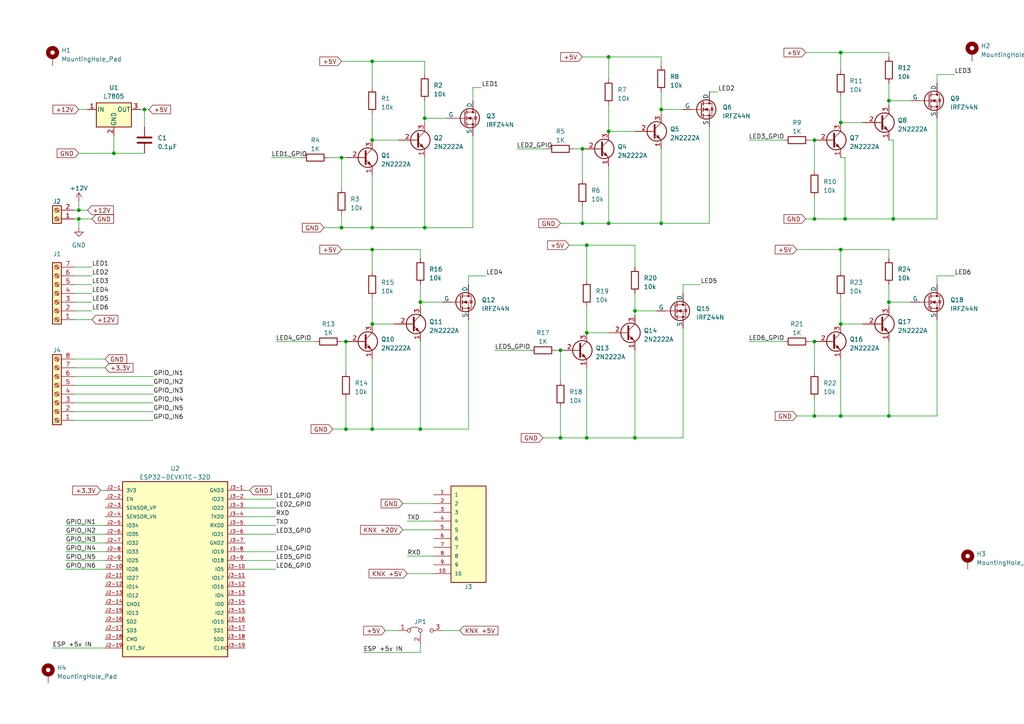
<source format=kicad_sch>
(kicad_sch (version 20230121) (generator eeschema)
  (paper "A4")
  (lib_symbols
    (symbol "826944-5:826944-5" (pin_names (offset 1.016))
      (property "Reference" "J" (at -5.58 15.24 0))
      (property "Value" "826944-5" (at -5.08 -15.24 0))
      (symbol "826944-5_0_0"
        (rectangle (start -5.08 -12.7) (end 5.08 15.24) (stroke (width 0.254)) (fill (type background)))
        (pin passive line (at -10.16 12.7 0) (length 5.08) (name "1") (number "1"))
        (pin passive line (at -10.16 -10.16 0) (length 5.08) (name "10") (number "10"))
        (pin passive line (at -10.16 10.16 0) (length 5.08) (name "2") (number "2"))
        (pin passive line (at -10.16 7.62 0) (length 5.08) (name "3") (number "3"))
        (pin passive line (at -10.16 5.08 0) (length 5.08) (name "4") (number "4"))
        (pin passive line (at -10.16 2.54 0) (length 5.08) (name "5") (number "5"))
        (pin passive line (at -10.16 0 0) (length 5.08) (name "6") (number "6"))
        (pin passive line (at -10.16 -2.54 0) (length 5.08) (name "7") (number "7"))
        (pin passive line (at -10.16 -5.08 0) (length 5.08) (name "8") (number "8"))
        (pin passive line (at -10.16 -7.62 0) (length 5.08) (name "9") (number "9"))
      )
    )
    (symbol "Connector:Screw_Terminal_01x02" (pin_names (offset 1.016) hide)
      (property "Reference" "J" (at 0 2.54 0))
      (property "Value" "Screw_Terminal_01x02" (at 0 -5.08 0))
      (symbol "Screw_Terminal_01x02_1_1"
        (rectangle (start -1.27 1.27) (end 1.27 -3.81) (stroke (width 0.254)) (fill (type background)))
        (circle (center 0 -2.54) (radius 0.635) (stroke (width 0.1524)))
        (polyline (pts (xy -0.5334 -2.2098) (xy 0.3302 -3.048)) (stroke (width 0.1524)))
        (polyline (pts (xy -0.5334 0.3302) (xy 0.3302 -0.508)) (stroke (width 0.1524)))
        (polyline (pts (xy -0.3556 -2.032) (xy 0.508 -2.8702)) (stroke (width 0.1524)))
        (polyline (pts (xy -0.3556 0.508) (xy 0.508 -0.3302)) (stroke (width 0.1524)))
        (circle (center 0 0) (radius 0.635) (stroke (width 0.1524)))
        (pin passive line (at -5.08 0 0) (length 3.81) (name "Pin_1") (number "1"))
        (pin passive line (at -5.08 -2.54 0) (length 3.81) (name "Pin_2") (number "2"))
      )
    )
    (symbol "Connector:Screw_Terminal_01x07" (pin_names (offset 1.016) hide)
      (property "Reference" "J" (at 0 10.16 0))
      (property "Value" "Screw_Terminal_01x07" (at 0 -10.16 0))
      (symbol "Screw_Terminal_01x07_1_1"
        (rectangle (start -1.27 8.89) (end 1.27 -8.89) (stroke (width 0.254)) (fill (type background)))
        (circle (center 0 -7.62) (radius 0.635) (stroke (width 0.1524)))
        (circle (center 0 -5.08) (radius 0.635) (stroke (width 0.1524)))
        (circle (center 0 -2.54) (radius 0.635) (stroke (width 0.1524)))
        (polyline (pts (xy -0.5334 -7.2898) (xy 0.3302 -8.128)) (stroke (width 0.1524)))
        (polyline (pts (xy -0.5334 -4.7498) (xy 0.3302 -5.588)) (stroke (width 0.1524)))
        (polyline (pts (xy -0.5334 -2.2098) (xy 0.3302 -3.048)) (stroke (width 0.1524)))
        (polyline (pts (xy -0.5334 0.3302) (xy 0.3302 -0.508)) (stroke (width 0.1524)))
        (polyline (pts (xy -0.5334 2.8702) (xy 0.3302 2.032)) (stroke (width 0.1524)))
        (polyline (pts (xy -0.5334 5.4102) (xy 0.3302 4.572)) (stroke (width 0.1524)))
        (polyline (pts (xy -0.5334 7.9502) (xy 0.3302 7.112)) (stroke (width 0.1524)))
        (polyline (pts (xy -0.3556 -7.112) (xy 0.508 -7.9502)) (stroke (width 0.1524)))
        (polyline (pts (xy -0.3556 -4.572) (xy 0.508 -5.4102)) (stroke (width 0.1524)))
        (polyline (pts (xy -0.3556 -2.032) (xy 0.508 -2.8702)) (stroke (width 0.1524)))
        (polyline (pts (xy -0.3556 0.508) (xy 0.508 -0.3302)) (stroke (width 0.1524)))
        (polyline (pts (xy -0.3556 3.048) (xy 0.508 2.2098)) (stroke (width 0.1524)))
        (polyline (pts (xy -0.3556 5.588) (xy 0.508 4.7498)) (stroke (width 0.1524)))
        (polyline (pts (xy -0.3556 8.128) (xy 0.508 7.2898)) (stroke (width 0.1524)))
        (circle (center 0 0) (radius 0.635) (stroke (width 0.1524)))
        (circle (center 0 2.54) (radius 0.635) (stroke (width 0.1524)))
        (circle (center 0 5.08) (radius 0.635) (stroke (width 0.1524)))
        (circle (center 0 7.62) (radius 0.635) (stroke (width 0.1524)))
        (pin passive line (at -5.08 7.62 0) (length 3.81) (name "Pin_1") (number "1"))
        (pin passive line (at -5.08 5.08 0) (length 3.81) (name "Pin_2") (number "2"))
        (pin passive line (at -5.08 2.54 0) (length 3.81) (name "Pin_3") (number "3"))
        (pin passive line (at -5.08 0 0) (length 3.81) (name "Pin_4") (number "4"))
        (pin passive line (at -5.08 -2.54 0) (length 3.81) (name "Pin_5") (number "5"))
        (pin passive line (at -5.08 -5.08 0) (length 3.81) (name "Pin_6") (number "6"))
        (pin passive line (at -5.08 -7.62 0) (length 3.81) (name "Pin_7") (number "7"))
      )
    )
    (symbol "Connector:Screw_Terminal_01x08" (pin_names (offset 1.016) hide)
      (property "Reference" "J" (at 0 10.16 0))
      (property "Value" "Screw_Terminal_01x08" (at 0 -12.7 0))
      (symbol "Screw_Terminal_01x08_1_1"
        (rectangle (start -1.27 8.89) (end 1.27 -11.43) (stroke (width 0.254)) (fill (type background)))
        (circle (center 0 -10.16) (radius 0.635) (stroke (width 0.1524)))
        (circle (center 0 -7.62) (radius 0.635) (stroke (width 0.1524)))
        (circle (center 0 -5.08) (radius 0.635) (stroke (width 0.1524)))
        (circle (center 0 -2.54) (radius 0.635) (stroke (width 0.1524)))
        (polyline (pts (xy -0.5334 -9.8298) (xy 0.3302 -10.668)) (stroke (width 0.1524)))
        (polyline (pts (xy -0.5334 -7.2898) (xy 0.3302 -8.128)) (stroke (width 0.1524)))
        (polyline (pts (xy -0.5334 -4.7498) (xy 0.3302 -5.588)) (stroke (width 0.1524)))
        (polyline (pts (xy -0.5334 -2.2098) (xy 0.3302 -3.048)) (stroke (width 0.1524)))
        (polyline (pts (xy -0.5334 0.3302) (xy 0.3302 -0.508)) (stroke (width 0.1524)))
        (polyline (pts (xy -0.5334 2.8702) (xy 0.3302 2.032)) (stroke (width 0.1524)))
        (polyline (pts (xy -0.5334 5.4102) (xy 0.3302 4.572)) (stroke (width 0.1524)))
        (polyline (pts (xy -0.5334 7.9502) (xy 0.3302 7.112)) (stroke (width 0.1524)))
        (polyline (pts (xy -0.3556 -9.652) (xy 0.508 -10.4902)) (stroke (width 0.1524)))
        (polyline (pts (xy -0.3556 -7.112) (xy 0.508 -7.9502)) (stroke (width 0.1524)))
        (polyline (pts (xy -0.3556 -4.572) (xy 0.508 -5.4102)) (stroke (width 0.1524)))
        (polyline (pts (xy -0.3556 -2.032) (xy 0.508 -2.8702)) (stroke (width 0.1524)))
        (polyline (pts (xy -0.3556 0.508) (xy 0.508 -0.3302)) (stroke (width 0.1524)))
        (polyline (pts (xy -0.3556 3.048) (xy 0.508 2.2098)) (stroke (width 0.1524)))
        (polyline (pts (xy -0.3556 5.588) (xy 0.508 4.7498)) (stroke (width 0.1524)))
        (polyline (pts (xy -0.3556 8.128) (xy 0.508 7.2898)) (stroke (width 0.1524)))
        (circle (center 0 0) (radius 0.635) (stroke (width 0.1524)))
        (circle (center 0 2.54) (radius 0.635) (stroke (width 0.1524)))
        (circle (center 0 5.08) (radius 0.635) (stroke (width 0.1524)))
        (circle (center 0 7.62) (radius 0.635) (stroke (width 0.1524)))
        (pin passive line (at -5.08 7.62 0) (length 3.81) (name "Pin_1") (number "1"))
        (pin passive line (at -5.08 5.08 0) (length 3.81) (name "Pin_2") (number "2"))
        (pin passive line (at -5.08 2.54 0) (length 3.81) (name "Pin_3") (number "3"))
        (pin passive line (at -5.08 0 0) (length 3.81) (name "Pin_4") (number "4"))
        (pin passive line (at -5.08 -2.54 0) (length 3.81) (name "Pin_5") (number "5"))
        (pin passive line (at -5.08 -5.08 0) (length 3.81) (name "Pin_6") (number "6"))
        (pin passive line (at -5.08 -7.62 0) (length 3.81) (name "Pin_7") (number "7"))
        (pin passive line (at -5.08 -10.16 0) (length 3.81) (name "Pin_8") (number "8"))
      )
    )
    (symbol "Device:C" (pin_numbers hide) (pin_names (offset 0.254))
      (property "Reference" "C" (at 0.635 2.54 0))
      (property "Value" "C" (at 0.635 -2.54 0))
      (symbol "C_0_1"
        (polyline (pts (xy -2.032 -0.762) (xy 2.032 -0.762)) (stroke (width 0.508)))
        (polyline (pts (xy -2.032 0.762) (xy 2.032 0.762)) (stroke (width 0.508)))
      )
      (symbol "C_1_1"
        (pin passive line (at 0 3.81 270) (length 2.794) (name "~") (number "1"))
        (pin passive line (at 0 -3.81 90) (length 2.794) (name "~") (number "2"))
      )
    )
    (symbol "Device:R" (pin_numbers hide) (pin_names (offset 0))
      (property "Reference" "R" (at 2.032 0 90))
      (property "Value" "R" (at 0 0 90))
      (symbol "R_0_1"
        (rectangle (start -1.016 -2.54) (end 1.016 2.54) (stroke (width 0.254)))
      )
      (symbol "R_1_1"
        (pin passive line (at 0 3.81 270) (length 1.27) (name "~") (number "1"))
        (pin passive line (at 0 -3.81 90) (length 1.27) (name "~") (number "2"))
      )
    )
    (symbol "ESP32-DEVKITC:ESP32-DEVKITC-32D" (pin_names (offset 1.016))
      (property "Reference" "U" (at -15.2572 26.0643 0))
      (property "Value" "ESP32-DEVKITC-32D" (at -15.2563 -27.9698 0))
      (symbol "ESP32-DEVKITC-32D_0_0"
        (rectangle (start -15.24 -25.4) (end 15.24 25.4) (stroke (width 0.254)) (fill (type background)))
        (pin power_in line (at -20.32 22.86 0) (length 5.08) (name "3V3") (number "J2-1"))
        (pin bidirectional line (at -20.32 0 0) (length 5.08) (name "IO26") (number "J2-10"))
        (pin bidirectional line (at -20.32 -2.54 0) (length 5.08) (name "IO27") (number "J2-11"))
        (pin bidirectional line (at -20.32 -5.08 0) (length 5.08) (name "IO14") (number "J2-12"))
        (pin bidirectional line (at -20.32 -7.62 0) (length 5.08) (name "IO12") (number "J2-13"))
        (pin power_in line (at -20.32 -10.16 0) (length 5.08) (name "GND1") (number "J2-14"))
        (pin bidirectional line (at -20.32 -12.7 0) (length 5.08) (name "IO13") (number "J2-15"))
        (pin bidirectional line (at -20.32 -15.24 0) (length 5.08) (name "SD2") (number "J2-16"))
        (pin bidirectional line (at -20.32 -17.78 0) (length 5.08) (name "SD3") (number "J2-17"))
        (pin bidirectional line (at -20.32 -20.32 0) (length 5.08) (name "CMD") (number "J2-18"))
        (pin power_in line (at -20.32 -22.86 0) (length 5.08) (name "EXT_5V") (number "J2-19"))
        (pin input line (at -20.32 20.32 0) (length 5.08) (name "EN") (number "J2-2"))
        (pin input line (at -20.32 17.78 0) (length 5.08) (name "SENSOR_VP") (number "J2-3"))
        (pin input line (at -20.32 15.24 0) (length 5.08) (name "SENSOR_VN") (number "J2-4"))
        (pin bidirectional line (at -20.32 12.7 0) (length 5.08) (name "IO34") (number "J2-5"))
        (pin bidirectional line (at -20.32 10.16 0) (length 5.08) (name "IO35") (number "J2-6"))
        (pin bidirectional line (at -20.32 7.62 0) (length 5.08) (name "IO32") (number "J2-7"))
        (pin bidirectional line (at -20.32 5.08 0) (length 5.08) (name "IO33") (number "J2-8"))
        (pin bidirectional line (at -20.32 2.54 0) (length 5.08) (name "IO25") (number "J2-9"))
        (pin power_in line (at 20.32 22.86 180) (length 5.08) (name "GND3") (number "J3-1"))
        (pin bidirectional line (at 20.32 0 180) (length 5.08) (name "IO5") (number "J3-10"))
        (pin bidirectional line (at 20.32 -2.54 180) (length 5.08) (name "IO17") (number "J3-11"))
        (pin bidirectional line (at 20.32 -5.08 180) (length 5.08) (name "IO16") (number "J3-12"))
        (pin bidirectional line (at 20.32 -7.62 180) (length 5.08) (name "IO4") (number "J3-13"))
        (pin bidirectional line (at 20.32 -10.16 180) (length 5.08) (name "IO0") (number "J3-14"))
        (pin bidirectional line (at 20.32 -12.7 180) (length 5.08) (name "IO2") (number "J3-15"))
        (pin bidirectional line (at 20.32 -15.24 180) (length 5.08) (name "IO15") (number "J3-16"))
        (pin bidirectional line (at 20.32 -17.78 180) (length 5.08) (name "SD1") (number "J3-17"))
        (pin bidirectional line (at 20.32 -20.32 180) (length 5.08) (name "SD0") (number "J3-18"))
        (pin input clock (at 20.32 -22.86 180) (length 5.08) (name "CLK") (number "J3-19"))
        (pin bidirectional line (at 20.32 20.32 180) (length 5.08) (name "IO23") (number "J3-2"))
        (pin bidirectional line (at 20.32 17.78 180) (length 5.08) (name "IO22") (number "J3-3"))
        (pin output line (at 20.32 15.24 180) (length 5.08) (name "TXD0") (number "J3-4"))
        (pin input line (at 20.32 12.7 180) (length 5.08) (name "RXD0") (number "J3-5"))
        (pin bidirectional line (at 20.32 10.16 180) (length 5.08) (name "IO21") (number "J3-6"))
        (pin power_in line (at 20.32 7.62 180) (length 5.08) (name "GND2") (number "J3-7"))
        (pin bidirectional line (at 20.32 5.08 180) (length 5.08) (name "IO19") (number "J3-8"))
        (pin bidirectional line (at 20.32 2.54 180) (length 5.08) (name "IO18") (number "J3-9"))
      )
    )
    (symbol "Jumper:Jumper_3_Bridged12" (pin_names (offset 0) hide)
      (property "Reference" "JP" (at -2.54 -2.54 0))
      (property "Value" "Jumper_3_Bridged12" (at 0 2.794 0))
      (symbol "Jumper_3_Bridged12_0_0"
        (circle (center -3.302 0) (radius 0.508))
        (circle (center 0 0) (radius 0.508))
        (circle (center 3.302 0) (radius 0.508))
      )
      (symbol "Jumper_3_Bridged12_0_1"
        (arc (start -0.254 0.508) (mid -1.651 0.9912) (end -3.048 0.508))
        (polyline (pts (xy 0 -1.27) (xy 0 -0.508)))
      )
      (symbol "Jumper_3_Bridged12_1_1"
        (pin passive line (at -6.35 0 0) (length 2.54) (name "A") (number "1"))
        (pin passive line (at 0 -3.81 90) (length 2.54) (name "C") (number "2"))
        (pin passive line (at 6.35 0 180) (length 2.54) (name "B") (number "3"))
      )
    )
    (symbol "Mechanical:MountingHole_Pad" (pin_numbers hide) (pin_names (offset 1.016) hide)
      (property "Reference" "H" (at 0 6.35 0))
      (property "Value" "MountingHole_Pad" (at 0 4.445 0))
      (symbol "MountingHole_Pad_0_1"
        (circle (center 0 1.27) (radius 1.27) (stroke (width 1.27)))
      )
      (symbol "MountingHole_Pad_1_1"
        (pin input line (at 0 -2.54 90) (length 2.54) (name "1") (number "1"))
      )
    )
    (symbol "Regulator_Linear:L7805" (pin_names (offset 0.254))
      (property "Reference" "U" (at -3.81 3.175 0))
      (property "Value" "L7805" (at 0 3.175 0))
      (symbol "L7805_0_1"
        (rectangle (start -5.08 1.905) (end 5.08 -5.08) (stroke (width 0.254)) (fill (type background)))
      )
      (symbol "L7805_1_1"
        (pin power_in line (at -7.62 0 0) (length 2.54) (name "IN") (number "1"))
        (pin power_in line (at 0 -7.62 90) (length 2.54) (name "GND") (number "2"))
        (pin power_out line (at 7.62 0 180) (length 2.54) (name "OUT") (number "3"))
      )
    )
    (symbol "Simulation_SPICE:NMOS" (pin_numbers hide) (pin_names (offset 0))
      (property "Reference" "Q" (at 5.08 1.27 0))
      (property "Value" "NMOS" (at 5.08 -1.27 0))
      (symbol "NMOS_0_1"
        (polyline (pts (xy 0.254 0) (xy -2.54 0)))
        (polyline (pts (xy 0.254 1.905) (xy 0.254 -1.905)) (stroke (width 0.254)))
        (polyline (pts (xy 0.762 -1.27) (xy 0.762 -2.286)) (stroke (width 0.254)))
        (polyline (pts (xy 0.762 0.508) (xy 0.762 -0.508)) (stroke (width 0.254)))
        (polyline (pts (xy 0.762 2.286) (xy 0.762 1.27)) (stroke (width 0.254)))
        (polyline (pts (xy 2.54 2.54) (xy 2.54 1.778)))
        (polyline (pts (xy 2.54 -2.54) (xy 2.54 0) (xy 0.762 0)))
        (polyline (pts (xy 0.762 -1.778) (xy 3.302 -1.778) (xy 3.302 1.778) (xy 0.762 1.778)))
        (polyline (pts (xy 1.016 0) (xy 2.032 0.381) (xy 2.032 -0.381) (xy 1.016 0)) (fill (type outline)))
        (polyline (pts (xy 2.794 0.508) (xy 2.921 0.381) (xy 3.683 0.381) (xy 3.81 0.254)))
        (polyline (pts (xy 3.302 0.381) (xy 2.921 -0.254) (xy 3.683 -0.254) (xy 3.302 0.381)))
        (circle (center 1.651 0) (radius 2.794) (stroke (width 0.254)))
        (circle (center 2.54 -1.778) (radius 0.254) (fill (type outline)))
        (circle (center 2.54 1.778) (radius 0.254) (fill (type outline)))
      )
      (symbol "NMOS_1_1"
        (pin passive line (at 2.54 5.08 270) (length 2.54) (name "D") (number "1"))
        (pin input line (at -5.08 0 0) (length 2.54) (name "G") (number "2"))
        (pin passive line (at 2.54 -5.08 90) (length 2.54) (name "S") (number "3"))
      )
    )
    (symbol "Transistor_BJT:PN2222A" (pin_names (offset 0) hide)
      (property "Reference" "Q" (at 5.08 1.905 0))
      (property "Value" "PN2222A" (at 5.08 0 0))
      (symbol "PN2222A_0_1"
        (polyline (pts (xy 0 0) (xy 0.635 0)))
        (polyline (pts (xy 2.54 -2.54) (xy 0.635 -0.635)))
        (polyline (pts (xy 2.54 2.54) (xy 0.635 0.635)))
        (polyline (pts (xy 0.635 1.905) (xy 0.635 -1.905) (xy 0.635 -1.905)) (stroke (width 0.508)))
        (polyline (pts (xy 2.413 -2.413) (xy 1.905 -1.905) (xy 1.905 -1.905)))
        (polyline (pts (xy 1.143 -1.651) (xy 1.651 -1.143) (xy 2.159 -2.159) (xy 1.143 -1.651) (xy 1.143 -1.651)) (fill (type outline)))
        (circle (center 1.27 0) (radius 2.8194) (stroke (width 0.254)))
      )
      (symbol "PN2222A_1_1"
        (pin passive line (at 2.54 -5.08 90) (length 2.54) (name "E") (number "1"))
        (pin input line (at -5.08 0 0) (length 5.08) (name "B") (number "2"))
        (pin passive line (at 2.54 5.08 270) (length 2.54) (name "C") (number "3"))
      )
    )
    (symbol "power:+12V" (power) (pin_names (offset 0))
      (property "Value" "+12V" (at 0 3.556 0))
      (symbol "+12V_0_1"
        (polyline (pts (xy -0.762 1.27) (xy 0 2.54)))
        (polyline (pts (xy 0 0) (xy 0 2.54)))
        (polyline (pts (xy 0 2.54) (xy 0.762 1.27)))
      )
      (symbol "+12V_1_1"
        (pin power_in line (at 0 0 90) (length 0) hide (name "+12V") (number "1"))
      )
    )
    (symbol "power:GND" (power) (pin_names (offset 0))
      (property "Value" "GND" (at 0 -3.81 0))
      (symbol "GND_0_1"
        (polyline (pts (xy 0 0) (xy 0 -1.27) (xy 1.27 -1.27) (xy 0 -2.54) (xy -1.27 -1.27) (xy 0 -1.27)))
      )
      (symbol "GND_1_1"
        (pin power_in line (at 0 0 270) (length 0) hide (name "GND") (number "1"))
      )
    )
  )
  (junction (at 41.91 31.75))
  (junction (at 162.56 101.6))
  (junction (at 22.86 60.96))
  (junction (at 257.81 87.63))
  (junction (at 107.95 40.64))
  (junction (at 168.91 43.18))
  (junction (at 257.81 29.21))
  (junction (at 184.15 90.17))
  (junction (at 107.95 93.98))
  (junction (at 99.06 45.72))
  (junction (at 100.33 99.06))
  (junction (at 168.91 64.77))
  (junction (at 176.53 16.51))
  (junction (at 243.84 72.39))
  (junction (at 170.18 71.12))
  (junction (at 100.33 124.46))
  (junction (at 184.15 127))
  (junction (at 162.56 127))
  (junction (at 22.86 63.5))
  (junction (at 123.19 66.04))
  (junction (at 107.95 72.39))
  (junction (at 236.22 40.64))
  (junction (at 259.08 63.5))
  (junction (at 243.84 35.56))
  (junction (at 121.92 124.46))
  (junction (at 236.22 99.06))
  (junction (at 191.77 31.75))
  (junction (at 176.53 38.1))
  (junction (at 107.95 66.04))
  (junction (at 176.53 64.77))
  (junction (at 170.18 127))
  (junction (at 236.22 120.65))
  (junction (at 257.81 120.65))
  (junction (at 236.22 63.5))
  (junction (at 243.84 15.24))
  (junction (at 191.77 64.77))
  (junction (at 99.06 66.04))
  (junction (at 170.18 96.52))
  (junction (at 33.02 44.45))
  (junction (at 107.95 17.78))
  (junction (at 107.95 124.46))
  (junction (at 245.11 63.5))
  (junction (at 123.19 34.29))
  (junction (at 243.84 120.65))
  (junction (at 121.92 87.63))
  (junction (at 243.84 93.98))
  (wire (pts (xy 198.12 82.55) (xy 203.2 82.55)))
  (wire (pts (xy 162.56 101.6) (xy 162.56 110.49)))
  (wire (pts (xy 259.08 40.64) (xy 257.81 40.64)))
  (wire (pts (xy 135.89 80.01) (xy 135.89 82.55)))
  (wire (pts (xy 217.17 40.64) (xy 227.33 40.64)))
  (wire (pts (xy 243.84 93.98) (xy 250.19 93.98)))
  (wire (pts (xy 21.59 60.96) (xy 22.86 60.96)))
  (wire (pts (xy 21.59 80.01) (xy 26.67 80.01)))
  (wire (pts (xy 107.95 40.64) (xy 115.57 40.64)))
  (wire (pts (xy 99.06 17.78) (xy 107.95 17.78)))
  (wire (pts (xy 143.51 101.6) (xy 153.67 101.6)))
  (wire (pts (xy 99.06 66.04) (xy 107.95 66.04)))
  (wire (pts (xy 21.59 116.84) (xy 44.45 116.84)))
  (wire (pts (xy 176.53 38.1) (xy 184.15 38.1)))
  (wire (pts (xy 191.77 64.77) (xy 191.77 43.18)))
  (wire (pts (xy 191.77 16.51) (xy 176.53 16.51)))
  (wire (pts (xy 162.56 127) (xy 170.18 127)))
  (wire (pts (xy 41.91 31.75) (xy 43.18 31.75)))
  (wire (pts (xy 236.22 40.64) (xy 236.22 49.53)))
  (wire (pts (xy 99.06 99.06) (xy 100.33 99.06)))
  (wire (pts (xy 71.12 165.1) (xy 80.01 165.1)))
  (wire (pts (xy 123.19 17.78) (xy 123.19 21.59)))
  (wire (pts (xy 21.59 87.63) (xy 26.67 87.63)))
  (wire (pts (xy 176.53 30.48) (xy 176.53 38.1)))
  (wire (pts (xy 149.86 43.18) (xy 158.75 43.18)))
  (wire (pts (xy 236.22 120.65) (xy 243.84 120.65)))
  (wire (pts (xy 21.59 82.55) (xy 26.67 82.55)))
  (wire (pts (xy 96.52 124.46) (xy 100.33 124.46)))
  (wire (pts (xy 245.11 63.5) (xy 259.08 63.5)))
  (wire (pts (xy 271.78 63.5) (xy 271.78 34.29)))
  (wire (pts (xy 71.12 144.78) (xy 80.01 144.78)))
  (wire (pts (xy 162.56 118.11) (xy 162.56 127)))
  (wire (pts (xy 257.81 24.13) (xy 257.81 29.21)))
  (wire (pts (xy 165.1 71.12) (xy 170.18 71.12)))
  (wire (pts (xy 257.81 29.21) (xy 257.81 30.48)))
  (wire (pts (xy 243.84 86.36) (xy 243.84 93.98)))
  (wire (pts (xy 121.92 87.63) (xy 121.92 88.9)))
  (wire (pts (xy 19.05 160.02) (xy 30.48 160.02)))
  (wire (pts (xy 259.08 63.5) (xy 259.08 40.64)))
  (wire (pts (xy 271.78 80.01) (xy 271.78 82.55)))
  (wire (pts (xy 168.91 16.51) (xy 176.53 16.51)))
  (wire (pts (xy 245.11 63.5) (xy 245.11 45.72)))
  (wire (pts (xy 29.21 142.24) (xy 30.48 142.24)))
  (wire (pts (xy 257.81 15.24) (xy 243.84 15.24)))
  (wire (pts (xy 121.92 124.46) (xy 121.92 99.06)))
  (wire (pts (xy 271.78 92.71) (xy 271.78 120.65)))
  (wire (pts (xy 21.59 114.3) (xy 44.45 114.3)))
  (wire (pts (xy 257.81 72.39) (xy 243.84 72.39)))
  (wire (pts (xy 123.19 17.78) (xy 107.95 17.78)))
  (wire (pts (xy 91.44 99.06) (xy 80.01 99.06)))
  (wire (pts (xy 243.84 15.24) (xy 243.84 20.32)))
  (wire (pts (xy 139.7 25.4) (xy 137.16 25.4)))
  (wire (pts (xy 123.19 34.29) (xy 123.19 35.56)))
  (wire (pts (xy 121.92 124.46) (xy 135.89 124.46)))
  (wire (pts (xy 41.91 31.75) (xy 41.91 36.83)))
  (wire (pts (xy 22.86 63.5) (xy 26.67 63.5)))
  (wire (pts (xy 99.06 45.72) (xy 99.06 54.61)))
  (wire (pts (xy 118.11 151.13) (xy 125.73 151.13)))
  (wire (pts (xy 198.12 31.75) (xy 191.77 31.75)))
  (wire (pts (xy 107.95 124.46) (xy 121.92 124.46)))
  (wire (pts (xy 107.95 66.04) (xy 107.95 50.8)))
  (wire (pts (xy 245.11 45.72) (xy 243.84 45.72)))
  (wire (pts (xy 236.22 115.57) (xy 236.22 120.65)))
  (wire (pts (xy 264.16 29.21) (xy 257.81 29.21)))
  (wire (pts (xy 168.91 43.18) (xy 168.91 52.07)))
  (wire (pts (xy 71.12 147.32) (xy 80.01 147.32)))
  (wire (pts (xy 21.59 119.38) (xy 44.45 119.38)))
  (wire (pts (xy 271.78 80.01) (xy 276.86 80.01)))
  (wire (pts (xy 257.81 87.63) (xy 257.81 88.9)))
  (wire (pts (xy 71.12 152.4) (xy 80.01 152.4)))
  (wire (pts (xy 184.15 127) (xy 198.12 127)))
  (wire (pts (xy 243.84 120.65) (xy 257.81 120.65)))
  (wire (pts (xy 236.22 57.15) (xy 236.22 63.5)))
  (wire (pts (xy 162.56 64.77) (xy 168.91 64.77)))
  (wire (pts (xy 19.05 154.94) (xy 30.48 154.94)))
  (wire (pts (xy 234.95 40.64) (xy 236.22 40.64)))
  (wire (pts (xy 166.37 43.18) (xy 168.91 43.18)))
  (wire (pts (xy 184.15 85.09) (xy 184.15 90.17)))
  (wire (pts (xy 257.81 15.24) (xy 257.81 16.51)))
  (wire (pts (xy 176.53 16.51) (xy 176.53 22.86)))
  (wire (pts (xy 128.27 182.88) (xy 133.35 182.88)))
  (wire (pts (xy 107.95 124.46) (xy 107.95 104.14)))
  (wire (pts (xy 157.48 127) (xy 162.56 127)))
  (wire (pts (xy 125.73 146.05) (xy 116.84 146.05)))
  (wire (pts (xy 22.86 44.45) (xy 33.02 44.45)))
  (wire (pts (xy 22.86 60.96) (xy 25.4 60.96)))
  (wire (pts (xy 161.29 101.6) (xy 162.56 101.6)))
  (wire (pts (xy 21.59 106.68) (xy 30.48 106.68)))
  (wire (pts (xy 271.78 21.59) (xy 271.78 24.13)))
  (wire (pts (xy 121.92 189.23) (xy 121.92 186.69)))
  (wire (pts (xy 71.12 142.24) (xy 72.39 142.24)))
  (wire (pts (xy 71.12 162.56) (xy 80.01 162.56)))
  (wire (pts (xy 19.05 157.48) (xy 30.48 157.48)))
  (wire (pts (xy 257.81 120.65) (xy 271.78 120.65)))
  (wire (pts (xy 21.59 63.5) (xy 22.86 63.5)))
  (wire (pts (xy 71.12 149.86) (xy 80.01 149.86)))
  (wire (pts (xy 41.91 44.45) (xy 33.02 44.45)))
  (wire (pts (xy 128.27 87.63) (xy 121.92 87.63)))
  (wire (pts (xy 105.41 189.23) (xy 121.92 189.23)))
  (wire (pts (xy 184.15 71.12) (xy 184.15 77.47)))
  (wire (pts (xy 191.77 64.77) (xy 176.53 64.77)))
  (wire (pts (xy 259.08 63.5) (xy 271.78 63.5)))
  (wire (pts (xy 243.84 35.56) (xy 250.19 35.56)))
  (wire (pts (xy 191.77 16.51) (xy 191.77 19.05)))
  (wire (pts (xy 71.12 160.02) (xy 80.01 160.02)))
  (wire (pts (xy 170.18 127) (xy 184.15 127)))
  (wire (pts (xy 116.84 153.67) (xy 125.73 153.67)))
  (wire (pts (xy 205.74 36.83) (xy 205.74 64.77)))
  (wire (pts (xy 236.22 99.06) (xy 236.22 107.95)))
  (wire (pts (xy 168.91 64.77) (xy 176.53 64.77)))
  (wire (pts (xy 71.12 154.94) (xy 80.01 154.94)))
  (wire (pts (xy 243.84 72.39) (xy 243.84 78.74)))
  (wire (pts (xy 19.05 165.1) (xy 30.48 165.1)))
  (wire (pts (xy 236.22 63.5) (xy 245.11 63.5)))
  (wire (pts (xy 21.59 109.22) (xy 44.45 109.22)))
  (wire (pts (xy 107.95 86.36) (xy 107.95 93.98)))
  (wire (pts (xy 99.06 62.23) (xy 99.06 66.04)))
  (wire (pts (xy 121.92 82.55) (xy 121.92 87.63)))
  (wire (pts (xy 123.19 66.04) (xy 123.19 45.72)))
  (wire (pts (xy 22.86 63.5) (xy 22.86 66.04)))
  (wire (pts (xy 217.17 99.06) (xy 227.33 99.06)))
  (wire (pts (xy 170.18 127) (xy 170.18 106.68)))
  (wire (pts (xy 191.77 26.67) (xy 191.77 31.75)))
  (wire (pts (xy 118.11 161.29) (xy 125.73 161.29)))
  (wire (pts (xy 176.53 64.77) (xy 176.53 48.26)))
  (wire (pts (xy 271.78 21.59) (xy 276.86 21.59)))
  (wire (pts (xy 168.91 59.69) (xy 168.91 64.77)))
  (wire (pts (xy 78.74 45.72) (xy 87.63 45.72)))
  (wire (pts (xy 21.59 85.09) (xy 26.67 85.09)))
  (wire (pts (xy 243.84 120.65) (xy 243.84 104.14)))
  (wire (pts (xy 107.95 72.39) (xy 107.95 78.74)))
  (wire (pts (xy 121.92 72.39) (xy 121.92 74.93)))
  (wire (pts (xy 100.33 115.57) (xy 100.33 124.46)))
  (wire (pts (xy 135.89 92.71) (xy 135.89 124.46)))
  (wire (pts (xy 170.18 96.52) (xy 176.53 96.52)))
  (wire (pts (xy 184.15 90.17) (xy 184.15 91.44)))
  (wire (pts (xy 233.68 63.5) (xy 236.22 63.5)))
  (wire (pts (xy 205.74 64.77) (xy 191.77 64.77)))
  (wire (pts (xy 123.19 66.04) (xy 137.16 66.04)))
  (wire (pts (xy 123.19 29.21) (xy 123.19 34.29)))
  (wire (pts (xy 21.59 92.71) (xy 26.67 92.71)))
  (wire (pts (xy 93.98 66.04) (xy 99.06 66.04)))
  (wire (pts (xy 170.18 71.12) (xy 170.18 81.28)))
  (wire (pts (xy 118.11 166.37) (xy 125.73 166.37)))
  (wire (pts (xy 22.86 31.75) (xy 25.4 31.75)))
  (wire (pts (xy 205.74 26.67) (xy 208.28 26.67)))
  (wire (pts (xy 107.95 72.39) (xy 121.92 72.39)))
  (wire (pts (xy 95.25 45.72) (xy 99.06 45.72)))
  (wire (pts (xy 264.16 87.63) (xy 257.81 87.63)))
  (wire (pts (xy 107.95 33.02) (xy 107.95 40.64)))
  (wire (pts (xy 107.95 93.98) (xy 114.3 93.98)))
  (wire (pts (xy 257.81 72.39) (xy 257.81 74.93)))
  (wire (pts (xy 190.5 90.17) (xy 184.15 90.17)))
  (wire (pts (xy 99.06 72.39) (xy 107.95 72.39)))
  (wire (pts (xy 107.95 66.04) (xy 123.19 66.04)))
  (wire (pts (xy 191.77 31.75) (xy 191.77 33.02)))
  (wire (pts (xy 19.05 152.4) (xy 30.48 152.4)))
  (wire (pts (xy 100.33 99.06) (xy 100.33 107.95)))
  (wire (pts (xy 137.16 39.37) (xy 137.16 66.04)))
  (wire (pts (xy 231.14 120.65) (xy 236.22 120.65)))
  (wire (pts (xy 257.81 82.55) (xy 257.81 87.63)))
  (wire (pts (xy 22.86 58.42) (xy 22.86 60.96)))
  (wire (pts (xy 21.59 111.76) (xy 44.45 111.76)))
  (wire (pts (xy 184.15 71.12) (xy 170.18 71.12)))
  (wire (pts (xy 19.05 162.56) (xy 30.48 162.56)))
  (wire (pts (xy 40.64 31.75) (xy 41.91 31.75)))
  (wire (pts (xy 135.89 80.01) (xy 140.97 80.01)))
  (wire (pts (xy 243.84 27.94) (xy 243.84 35.56)))
  (wire (pts (xy 198.12 95.25) (xy 198.12 127)))
  (wire (pts (xy 184.15 127) (xy 184.15 101.6)))
  (wire (pts (xy 21.59 121.92) (xy 44.45 121.92)))
  (wire (pts (xy 21.59 104.14) (xy 30.48 104.14)))
  (wire (pts (xy 137.16 25.4) (xy 137.16 29.21)))
  (wire (pts (xy 21.59 90.17) (xy 26.67 90.17)))
  (wire (pts (xy 231.14 72.39) (xy 243.84 72.39)))
  (wire (pts (xy 21.59 77.47) (xy 26.67 77.47)))
  (wire (pts (xy 198.12 82.55) (xy 198.12 85.09)))
  (wire (pts (xy 234.95 99.06) (xy 236.22 99.06)))
  (wire (pts (xy 257.81 120.65) (xy 257.81 99.06)))
  (wire (pts (xy 15.24 187.96) (xy 30.48 187.96)))
  (wire (pts (xy 99.06 45.72) (xy 100.33 45.72)))
  (wire (pts (xy 111.76 182.88) (xy 115.57 182.88)))
  (wire (pts (xy 107.95 17.78) (xy 107.95 25.4)))
  (wire (pts (xy 129.54 34.29) (xy 123.19 34.29)))
  (wire (pts (xy 170.18 88.9) (xy 170.18 96.52)))
  (wire (pts (xy 233.68 15.24) (xy 243.84 15.24)))
  (wire (pts (xy 33.02 39.37) (xy 33.02 44.45)))
  (wire (pts (xy 100.33 124.46) (xy 107.95 124.46)))
  (label "GPIO_IN1" (at 44.45 109.22 0))
  (label "LED2" (at 208.28 26.67 0))
  (label "LED2_GPIO" (at 80.01 147.32 0))
  (label "GPIO_IN3" (at 19.05 157.48 0))
  (label "TXD" (at 118.11 151.13 0))
  (label "LED6_GPIO" (at 217.17 99.06 0))
  (label "LED5" (at 203.2 82.55 0))
  (label "LED1" (at 26.67 77.47 0))
  (label "LED2_GPIO" (at 149.86 43.18 0))
  (label "LED6" (at 26.67 90.17 0))
  (label "LED5_GPIO" (at 80.01 162.56 0))
  (label "LED1_GPIO" (at 78.74 45.72 0))
  (label "LED1_GPIO" (at 80.01 144.78 0))
  (label "LED3_GPIO" (at 80.01 154.94 0))
  (label "GPIO_IN2" (at 44.45 111.76 0))
  (label "TXD" (at 80.01 152.4 0))
  (label "GPIO_IN4" (at 44.45 116.84 0))
  (label "RXD" (at 80.01 149.86 0))
  (label "LED5" (at 26.67 87.63 0))
  (label "GPIO_IN3" (at 44.45 114.3 0))
  (label "LED4" (at 26.67 85.09 0))
  (label "ESP +5v IN" (at 15.24 187.96 0))
  (label "LED6_GPIO" (at 80.01 165.1 0))
  (label "LED4_GPIO" (at 80.01 160.02 0))
  (label "LED5_GPIO" (at 143.51 101.6 0))
  (label "LED3" (at 26.67 82.55 0))
  (label "LED6" (at 276.86 80.01 0))
  (label "GPIO_IN1" (at 19.05 152.4 0))
  (label "LED2" (at 26.67 80.01 0))
  (label "ESP +5v IN" (at 105.41 189.23 0))
  (label "GPIO_IN2" (at 19.05 154.94 0))
  (label "GPIO_IN5" (at 44.45 119.38 0))
  (label "LED4_GPIO" (at 80.01 99.06 0))
  (label "GPIO_IN5" (at 19.05 162.56 0))
  (label "LED3_GPIO" (at 217.17 40.64 0))
  (label "LED1" (at 139.7 25.4 0))
  (label "LED4" (at 140.97 80.01 0))
  (label "GPIO_IN6" (at 19.05 165.1 0))
  (label "GPIO_IN4" (at 19.05 160.02 0))
  (label "RXD" (at 118.11 161.29 0))
  (label "GPIO_IN6" (at 44.45 121.92 0))
  (label "LED3" (at 276.86 21.59 0))
  (global_label "GND" (shape input) (at 26.67 63.5 0) (property "Intersheetrefs" "${INTERSHEET_REFS}" (effects hide)))
  (global_label "GND" (shape input) (at 233.68 63.5 180) (property "Intersheetrefs" "${INTERSHEET_REFS}" (effects hide)))
  (global_label "+5V" (shape input) (at 168.91 16.51 180) (property "Intersheetrefs" "${INTERSHEET_REFS}" (effects hide)))
  (global_label "+3.3V" (shape input) (at 30.48 106.68 0) (property "Intersheetrefs" "${INTERSHEET_REFS}" (effects hide)))
  (global_label "KNX +20V" (shape input) (at 116.84 153.67 180) (property "Intersheetrefs" "${INTERSHEET_REFS}" (effects hide)))
  (global_label "+12V" (shape input) (at 25.4 60.96 0) (property "Intersheetrefs" "${INTERSHEET_REFS}" (effects hide)))
  (global_label "+5V" (shape input) (at 111.76 182.88 180) (property "Intersheetrefs" "${INTERSHEET_REFS}" (effects hide)))
  (global_label "+12V" (shape input) (at 26.67 92.71 0) (property "Intersheetrefs" "${INTERSHEET_REFS}" (effects hide)))
  (global_label "GND" (shape input) (at 116.84 146.05 180) (property "Intersheetrefs" "${INTERSHEET_REFS}" (effects hide)))
  (global_label "+5V" (shape input) (at 99.06 72.39 180) (property "Intersheetrefs" "${INTERSHEET_REFS}" (effects hide)))
  (global_label "GND" (shape input) (at 72.39 142.24 0) (property "Intersheetrefs" "${INTERSHEET_REFS}" (effects hide)))
  (global_label "KNX +5V" (shape input) (at 133.35 182.88 0) (property "Intersheetrefs" "${INTERSHEET_REFS}" (effects hide)))
  (global_label "GND" (shape input) (at 22.86 44.45 180) (property "Intersheetrefs" "${INTERSHEET_REFS}" (effects hide)))
  (global_label "GND" (shape input) (at 231.14 120.65 180) (property "Intersheetrefs" "${INTERSHEET_REFS}" (effects hide)))
  (global_label "+5V" (shape input) (at 231.14 72.39 180) (property "Intersheetrefs" "${INTERSHEET_REFS}" (effects hide)))
  (global_label "KNX +5V" (shape input) (at 118.11 166.37 180) (property "Intersheetrefs" "${INTERSHEET_REFS}" (effects hide)))
  (global_label "GND" (shape input) (at 162.56 64.77 180) (property "Intersheetrefs" "${INTERSHEET_REFS}" (effects hide)))
  (global_label "+5V" (shape input) (at 165.1 71.12 180) (property "Intersheetrefs" "${INTERSHEET_REFS}" (effects hide)))
  (global_label "GND" (shape input) (at 93.98 66.04 180) (property "Intersheetrefs" "${INTERSHEET_REFS}" (effects hide)))
  (global_label "+3.3V" (shape input) (at 29.21 142.24 180) (property "Intersheetrefs" "${INTERSHEET_REFS}" (effects hide)))
  (global_label "+5V" (shape input) (at 43.18 31.75 0) (property "Intersheetrefs" "${INTERSHEET_REFS}" (effects hide)))
  (global_label "GND" (shape input) (at 30.48 104.14 0) (property "Intersheetrefs" "${INTERSHEET_REFS}" (effects hide)))
  (global_label "+5V" (shape input) (at 99.06 17.78 180) (property "Intersheetrefs" "${INTERSHEET_REFS}" (effects hide)))
  (global_label "+5V" (shape input) (at 233.68 15.24 180) (property "Intersheetrefs" "${INTERSHEET_REFS}" (effects hide)))
  (global_label "GND" (shape input) (at 157.48 127 180) (property "Intersheetrefs" "${INTERSHEET_REFS}" (effects hide)))
  (global_label "GND" (shape input) (at 96.52 124.46 180) (property "Intersheetrefs" "${INTERSHEET_REFS}" (effects hide)))
  (global_label "+12V" (shape input) (at 22.86 31.75 180) (property "Intersheetrefs" "${INTERSHEET_REFS}" (effects hide)))
  (symbol (lib_id "Transistor_BJT:PN2222A") (at 173.99 43.18 0) (unit 1)
    (property "Reference" "Q4" (at 179.07 42.545 0) (effects (justify left)))
    (property "Value" "2N2222A" (at 179.07 45.085 0) (effects (justify left)))
    (property "Footprint" "Package_TO_SOT_THT:TO-92_Inline" (effects hide))
    (property "Datasheet" "https://www.onsemi.com/pub/Collateral/PN2222-D.PDF" (effects hide))
  )
  (symbol (lib_id "Simulation_SPICE:NMOS") (at 134.62 34.29 0) (unit 1)
    (property "Reference" "Q3" (at 140.97 33.655 0) (effects (justify left)))
    (property "Value" "IRFZ44N" (at 140.97 36.195 0) (effects (justify left)))
    (property "Footprint" "Package_TO_SOT_THT:TO-220-3_Vertical" (effects hide))
    (property "Datasheet" "https://ngspice.sourceforge.io/docs/ngspice-manual.pdf" (effects hide))
    (property "Sim.Device" "NMOS" (effects hide))
    (property "Sim.Type" "VDMOS" (effects hide))
    (property "Sim.Pins" "1=D 2=G 3=S" (effects hide))
  )
  (symbol (lib_id "Device:R") (at 168.91 55.88 0) (unit 1)
    (property "Reference" "R6" (at 171.45 55.245 0) (effects (justify left)))
    (property "Value" "10k" (at 171.45 57.785 0) (effects (justify left)))
    (property "Footprint" "Resistor_THT:R_Axial_DIN0411_L9.9mm_D3.6mm_P12.70mm_Horizontal" (effects hide))
  )
  (symbol (lib_id "Transistor_BJT:PN2222A") (at 105.41 99.06 0) (unit 1)
    (property "Reference" "Q10" (at 110.49 98.425 0) (effects (justify left)))
    (property "Value" "2N2222A" (at 110.49 100.965 0) (effects (justify left)))
    (property "Footprint" "Package_TO_SOT_THT:TO-92_Inline" (effects hide))
    (property "Datasheet" "https://www.onsemi.com/pub/Collateral/PN2222-D.PDF" (effects hide))
  )
  (symbol (lib_id "Connector:Screw_Terminal_01x02") (at 16.51 63.5 180) (unit 1)
    (property "Reference" "J2" (at 16.51 58.42 0))
    (property "Value" "Screw_Terminal_01x02" (effects hide))
    (property "Footprint" "TerminalBlock:TerminalBlock_Altech_AK300-2_P5.00mm" (effects hide))
  )
  (symbol (lib_id "Transistor_BJT:PN2222A") (at 255.27 35.56 0) (unit 1)
    (property "Reference" "Q8" (at 260.35 34.925 0) (effects (justify left)))
    (property "Value" "2N2222A" (at 260.35 37.465 0) (effects (justify left)))
    (property "Footprint" "Package_TO_SOT_THT:TO-92_Inline" (effects hide))
    (property "Datasheet" "https://www.onsemi.com/pub/Collateral/PN2222-D.PDF" (effects hide))
  )
  (symbol (lib_id "Device:C") (at 41.91 40.64 0) (unit 1)
    (property "Reference" "C1" (at 45.72 40.005 0) (effects (justify left)))
    (property "Value" "0.1μF" (at 45.72 42.545 0) (effects (justify left)))
    (property "Footprint" "Capacitor_THT:CP_Radial_D4.0mm_P1.50mm" (effects hide))
  )
  (symbol (lib_id "Device:R") (at 123.19 25.4 0) (unit 1)
    (property "Reference" "R2" (at 125.73 24.765 0) (effects (justify left)))
    (property "Value" "10k" (at 125.73 27.305 0) (effects (justify left)))
    (property "Footprint" "Resistor_THT:R_Axial_DIN0411_L9.9mm_D3.6mm_P12.70mm_Horizontal" (effects hide))
  )
  (symbol (lib_id "Mechanical:MountingHole_Pad") (at 15.24 16.51 0) (unit 1)
    (property "Reference" "H1" (at 17.78 14.605 0) (effects (justify left)))
    (property "Value" "MountingHole_Pad" (at 17.78 17.145 0) (effects (justify left)))
    (property "Footprint" "MountingHole:MountingHole_3mm_Pad" (effects hide))
  )
  (symbol (lib_id "Device:R") (at 231.14 99.06 270) (unit 1)
    (property "Reference" "R21" (at 231.14 93.98 90))
    (property "Value" "1K" (at 231.14 96.52 90))
    (property "Footprint" "Resistor_THT:R_Axial_DIN0411_L9.9mm_D3.6mm_P12.70mm_Horizontal" (effects hide))
  )
  (symbol (lib_id "Transistor_BJT:PN2222A") (at 120.65 40.64 0) (unit 1)
    (property "Reference" "Q2" (at 125.73 40.005 0) (effects (justify left)))
    (property "Value" "2N2222A" (at 125.73 42.545 0) (effects (justify left)))
    (property "Footprint" "Package_TO_SOT_THT:TO-92_Inline" (effects hide))
    (property "Datasheet" "https://www.onsemi.com/pub/Collateral/PN2222-D.PDF" (effects hide))
  )
  (symbol (lib_id "Simulation_SPICE:NMOS") (at 269.24 87.63 0) (unit 1)
    (property "Reference" "Q18" (at 275.59 86.995 0) (effects (justify left)))
    (property "Value" "IRFZ44N" (at 275.59 89.535 0) (effects (justify left)))
    (property "Footprint" "Package_TO_SOT_THT:TO-220-3_Vertical" (effects hide))
    (property "Datasheet" "https://ngspice.sourceforge.io/docs/ngspice-manual.pdf" (effects hide))
    (property "Sim.Device" "NMOS" (effects hide))
    (property "Sim.Type" "VDMOS" (effects hide))
    (property "Sim.Pins" "1=D 2=G 3=S" (effects hide))
  )
  (symbol (lib_id "Transistor_BJT:PN2222A") (at 241.3 40.64 0) (unit 1)
    (property "Reference" "Q7" (at 246.38 40.005 0) (effects (justify left)))
    (property "Value" "2N2222A" (at 246.38 42.545 0) (effects (justify left)))
    (property "Footprint" "Package_TO_SOT_THT:TO-92_Inline" (effects hide))
    (property "Datasheet" "https://www.onsemi.com/pub/Collateral/PN2222-D.PDF" (effects hide))
  )
  (symbol (lib_id "Device:R") (at 121.92 78.74 0) (unit 1)
    (property "Reference" "R16" (at 124.46 78.105 0) (effects (justify left)))
    (property "Value" "10k" (at 124.46 80.645 0) (effects (justify left)))
    (property "Footprint" "Resistor_THT:R_Axial_DIN0411_L9.9mm_D3.6mm_P12.70mm_Horizontal" (effects hide))
  )
  (symbol (lib_id "Device:R") (at 257.81 20.32 0) (unit 1)
    (property "Reference" "R12" (at 260.35 19.685 0) (effects (justify left)))
    (property "Value" "10k" (at 260.35 22.225 0) (effects (justify left)))
    (property "Footprint" "Resistor_THT:R_Axial_DIN0411_L9.9mm_D3.6mm_P12.70mm_Horizontal" (effects hide))
  )
  (symbol (lib_id "Transistor_BJT:PN2222A") (at 119.38 93.98 0) (unit 1)
    (property "Reference" "Q11" (at 124.46 93.345 0) (effects (justify left)))
    (property "Value" "2N2222A" (at 124.46 95.885 0) (effects (justify left)))
    (property "Footprint" "Package_TO_SOT_THT:TO-92_Inline" (effects hide))
    (property "Datasheet" "https://www.onsemi.com/pub/Collateral/PN2222-D.PDF" (effects hide))
  )
  (symbol (lib_id "Device:R") (at 107.95 29.21 0) (unit 1)
    (property "Reference" "R1" (at 110.49 28.575 0) (effects (justify left)))
    (property "Value" "10k" (at 110.49 31.115 0) (effects (justify left)))
    (property "Footprint" "Resistor_THT:R_Axial_DIN0411_L9.9mm_D3.6mm_P12.70mm_Horizontal" (effects hide))
  )
  (symbol (lib_id "Mechanical:MountingHole_Pad") (at 13.97 195.58 0) (unit 1)
    (property "Reference" "H4" (at 16.51 193.675 0) (effects (justify left)))
    (property "Value" "MountingHole_Pad" (at 16.51 196.215 0) (effects (justify left)))
    (property "Footprint" "MountingHole:MountingHole_3mm_Pad" (effects hide))
  )
  (symbol (lib_id "Simulation_SPICE:NMOS") (at 133.35 87.63 0) (unit 1)
    (property "Reference" "Q12" (at 139.7 86.995 0) (effects (justify left)))
    (property "Value" "IRFZ44N" (at 139.7 89.535 0) (effects (justify left)))
    (property "Footprint" "Package_TO_SOT_THT:TO-220-3_Vertical" (effects hide))
    (property "Datasheet" "https://ngspice.sourceforge.io/docs/ngspice-manual.pdf" (effects hide))
    (property "Sim.Device" "NMOS" (effects hide))
    (property "Sim.Type" "VDMOS" (effects hide))
    (property "Sim.Pins" "1=D 2=G 3=S" (effects hide))
  )
  (symbol (lib_id "Transistor_BJT:PN2222A") (at 181.61 96.52 0) (unit 1)
    (property "Reference" "Q14" (at 186.69 95.885 0) (effects (justify left)))
    (property "Value" "2N2222A" (at 186.69 98.425 0) (effects (justify left)))
    (property "Footprint" "Package_TO_SOT_THT:TO-92_Inline" (effects hide))
    (property "Datasheet" "https://www.onsemi.com/pub/Collateral/PN2222-D.PDF" (effects hide))
  )
  (symbol (lib_id "Device:R") (at 100.33 111.76 0) (unit 1)
    (property "Reference" "R14" (at 102.87 111.125 0) (effects (justify left)))
    (property "Value" "10k" (at 102.87 113.665 0) (effects (justify left)))
    (property "Footprint" "Resistor_THT:R_Axial_DIN0411_L9.9mm_D3.6mm_P12.70mm_Horizontal" (effects hide))
  )
  (symbol (lib_id "Device:R") (at 162.56 114.3 0) (unit 1)
    (property "Reference" "R18" (at 165.1 113.665 0) (effects (justify left)))
    (property "Value" "10k" (at 165.1 116.205 0) (effects (justify left)))
    (property "Footprint" "Resistor_THT:R_Axial_DIN0411_L9.9mm_D3.6mm_P12.70mm_Horizontal" (effects hide))
  )
  (symbol (lib_id "Transistor_BJT:PN2222A") (at 241.3 99.06 0) (unit 1)
    (property "Reference" "Q16" (at 246.38 98.425 0) (effects (justify left)))
    (property "Value" "2N2222A" (at 246.38 100.965 0) (effects (justify left)))
    (property "Footprint" "Package_TO_SOT_THT:TO-92_Inline" (effects hide))
    (property "Datasheet" "https://www.onsemi.com/pub/Collateral/PN2222-D.PDF" (effects hide))
  )
  (symbol (lib_id "Device:R") (at 95.25 99.06 270) (unit 1)
    (property "Reference" "R13" (at 95.25 93.98 90))
    (property "Value" "1K" (at 95.25 96.52 90))
    (property "Footprint" "Resistor_THT:R_Axial_DIN0411_L9.9mm_D3.6mm_P12.70mm_Horizontal" (effects hide))
  )
  (symbol (lib_id "Transistor_BJT:PN2222A") (at 189.23 38.1 0) (unit 1)
    (property "Reference" "Q5" (at 194.31 37.465 0) (effects (justify left)))
    (property "Value" "2N2222A" (at 194.31 40.005 0) (effects (justify left)))
    (property "Footprint" "Package_TO_SOT_THT:TO-92_Inline" (effects hide))
    (property "Datasheet" "https://www.onsemi.com/pub/Collateral/PN2222-D.PDF" (effects hide))
  )
  (symbol (lib_id "Transistor_BJT:PN2222A") (at 105.41 45.72 0) (unit 1)
    (property "Reference" "Q1" (at 110.49 45.085 0) (effects (justify left)))
    (property "Value" "2N2222A" (at 110.49 47.625 0) (effects (justify left)))
    (property "Footprint" "Package_TO_SOT_THT:TO-92_Inline" (effects hide))
    (property "Datasheet" "https://www.onsemi.com/pub/Collateral/PN2222-D.PDF" (effects hide))
  )
  (symbol (lib_id "Device:R") (at 257.81 78.74 0) (unit 1)
    (property "Reference" "R24" (at 260.35 78.105 0) (effects (justify left)))
    (property "Value" "10k" (at 260.35 80.645 0) (effects (justify left)))
    (property "Footprint" "Resistor_THT:R_Axial_DIN0411_L9.9mm_D3.6mm_P12.70mm_Horizontal" (effects hide))
  )
  (symbol (lib_id "826944-5:826944-5") (at 135.89 156.21 0) (unit 1)
    (property "Reference" "J3" (at 134.62 170.18 0) (effects (justify left)))
    (property "Value" "KNX-IN" (effects hide))
    (property "Footprint" "Connector_PinHeader_2.54mm:PinHeader_2x05_P2.54mm_Vertical" (effects hide))
    (property "Product_Type" "Connector" (effects hide))
    (property "Comment" "826944-5" (effects hide))
    (property "EU_RoHS_Compliance" "Compliant" (effects hide))
    (property "Centerline_Pitch" "2.54 mm[.1 in]" (effects hide))
    (property "Number_of_Positions" "10" (effects hide))
    (property "Doku Module" "https://www.konnekting.de/konnekting-lernen/l1-knx-mit-arduino/" (effects hide))
  )
  (symbol (lib_id "Device:R") (at 170.18 85.09 0) (unit 1)
    (property "Reference" "R19" (at 172.72 84.455 0) (effects (justify left)))
    (property "Value" "10k" (at 172.72 86.995 0) (effects (justify left)))
    (property "Footprint" "Resistor_THT:R_Axial_DIN0411_L9.9mm_D3.6mm_P12.70mm_Horizontal" (effects hide))
  )
  (symbol (lib_id "ESP32-DEVKITC:ESP32-DEVKITC-32D") (at 50.8 165.1 0) (unit 1)
    (property "Reference" "U2" (at 50.8 135.89 0))
    (property "Value" "ESP32-DEVKITC-32D" (at 50.8 138.43 0))
    (property "Footprint" "MODULE_ESP32-DEVKITC-32D" (effects hide))
    (property "MANUFACTURER" "Espressif Systems" (effects hide))
    (property "PARTREV" "V4" (effects hide))
    (property "STANDARD" "Manufacturer Recommendations" (effects hide))
    (property "SNAPEDA_PN" "ESP32-DEVKITC-32D" (effects hide))
    (property "MAXIMUM_PACKAGE_HEIGHT" "N/A" (effects hide))
  )
  (symbol (lib_id "Regulator_Linear:L7805") (at 33.02 31.75 0) (unit 1)
    (property "Reference" "U1" (at 33.02 25.4 0))
    (property "Value" "L7805" (at 33.02 27.94 0))
    (property "Footprint" "Package_TO_SOT_THT:TO-220-3_Vertical" (effects hide))
    (property "Datasheet" "http://www.st.com/content/ccc/resource/technical/document/datasheet/41/4f/b3/b0/12/d4/47/88/CD00000444.pdf/files/CD00000444.pdf/jcr:content/translations/en.CD00000444.pdf" (effects hide))
  )
  (symbol (lib_id "Device:R") (at 176.53 26.67 0) (unit 1)
    (property "Reference" "R7" (at 179.07 26.035 0) (effects (justify left)))
    (property "Value" "10k" (at 179.07 28.575 0) (effects (justify left)))
    (property "Footprint" "Resistor_THT:R_Axial_DIN0411_L9.9mm_D3.6mm_P12.70mm_Horizontal" (effects hide))
  )
  (symbol (lib_id "Device:R") (at 91.44 45.72 270) (unit 1)
    (property "Reference" "R4" (at 91.44 40.64 90))
    (property "Value" "1K" (at 91.44 43.18 90))
    (property "Footprint" "Resistor_THT:R_Axial_DIN0411_L9.9mm_D3.6mm_P12.70mm_Horizontal" (effects hide))
  )
  (symbol (lib_id "Device:R") (at 236.22 53.34 0) (unit 1)
    (property "Reference" "R10" (at 238.76 52.705 0) (effects (justify left)))
    (property "Value" "10k" (at 238.76 55.245 0) (effects (justify left)))
    (property "Footprint" "Resistor_THT:R_Axial_DIN0411_L9.9mm_D3.6mm_P12.70mm_Horizontal" (effects hide))
  )
  (symbol (lib_id "Simulation_SPICE:NMOS") (at 195.58 90.17 0) (unit 1)
    (property "Reference" "Q15" (at 201.93 89.535 0) (effects (justify left)))
    (property "Value" "IRFZ44N" (at 201.93 92.075 0) (effects (justify left)))
    (property "Footprint" "Package_TO_SOT_THT:TO-220-3_Vertical" (effects hide))
    (property "Datasheet" "https://ngspice.sourceforge.io/docs/ngspice-manual.pdf" (effects hide))
    (property "Sim.Device" "NMOS" (effects hide))
    (property "Sim.Type" "VDMOS" (effects hide))
    (property "Sim.Pins" "1=D 2=G 3=S" (effects hide))
  )
  (symbol (lib_id "Device:R") (at 191.77 22.86 0) (unit 1)
    (property "Reference" "R8" (at 194.31 22.225 0) (effects (justify left)))
    (property "Value" "10k" (at 194.31 24.765 0) (effects (justify left)))
    (property "Footprint" "Resistor_THT:R_Axial_DIN0411_L9.9mm_D3.6mm_P12.70mm_Horizontal" (effects hide))
  )
  (symbol (lib_id "Device:R") (at 231.14 40.64 270) (unit 1)
    (property "Reference" "R9" (at 231.14 35.56 90))
    (property "Value" "1K" (at 231.14 38.1 90))
    (property "Footprint" "Resistor_THT:R_Axial_DIN0411_L9.9mm_D3.6mm_P12.70mm_Horizontal" (effects hide))
  )
  (symbol (lib_id "Device:R") (at 99.06 58.42 0) (unit 1)
    (property "Reference" "R3" (at 101.6 57.785 0) (effects (justify left)))
    (property "Value" "10k" (at 101.6 60.325 0) (effects (justify left)))
    (property "Footprint" "Resistor_THT:R_Axial_DIN0411_L9.9mm_D3.6mm_P12.70mm_Horizontal" (effects hide))
  )
  (symbol (lib_id "Transistor_BJT:PN2222A") (at 255.27 93.98 0) (unit 1)
    (property "Reference" "Q17" (at 260.35 93.345 0) (effects (justify left)))
    (property "Value" "2N2222A" (at 260.35 95.885 0) (effects (justify left)))
    (property "Footprint" "Package_TO_SOT_THT:TO-92_Inline" (effects hide))
    (property "Datasheet" "https://www.onsemi.com/pub/Collateral/PN2222-D.PDF" (effects hide))
  )
  (symbol (lib_id "Simulation_SPICE:NMOS") (at 269.24 29.21 0) (unit 1)
    (property "Reference" "Q9" (at 275.59 28.575 0) (effects (justify left)))
    (property "Value" "IRFZ44N" (at 275.59 31.115 0) (effects (justify left)))
    (property "Footprint" "Package_TO_SOT_THT:TO-220-3_Vertical" (effects hide))
    (property "Datasheet" "https://ngspice.sourceforge.io/docs/ngspice-manual.pdf" (effects hide))
    (property "Sim.Device" "NMOS" (effects hide))
    (property "Sim.Type" "VDMOS" (effects hide))
    (property "Sim.Pins" "1=D 2=G 3=S" (effects hide))
  )
  (symbol (lib_id "Device:R") (at 184.15 81.28 0) (unit 1)
    (property "Reference" "R20" (at 186.69 80.645 0) (effects (justify left)))
    (property "Value" "10k" (at 186.69 83.185 0) (effects (justify left)))
    (property "Footprint" "Resistor_THT:R_Axial_DIN0411_L9.9mm_D3.6mm_P12.70mm_Horizontal" (effects hide))
  )
  (symbol (lib_id "Device:R") (at 243.84 24.13 0) (unit 1)
    (property "Reference" "R11" (at 246.38 23.495 0) (effects (justify left)))
    (property "Value" "10k" (at 246.38 26.035 0) (effects (justify left)))
    (property "Footprint" "Resistor_THT:R_Axial_DIN0411_L9.9mm_D3.6mm_P12.70mm_Horizontal" (effects hide))
  )
  (symbol (lib_id "Device:R") (at 243.84 82.55 0) (unit 1)
    (property "Reference" "R23" (at 246.38 81.915 0) (effects (justify left)))
    (property "Value" "10k" (at 246.38 84.455 0) (effects (justify left)))
    (property "Footprint" "Resistor_THT:R_Axial_DIN0411_L9.9mm_D3.6mm_P12.70mm_Horizontal" (effects hide))
  )
  (symbol (lib_id "Device:R") (at 236.22 111.76 0) (unit 1)
    (property "Reference" "R22" (at 238.76 111.125 0) (effects (justify left)))
    (property "Value" "10k" (at 238.76 113.665 0) (effects (justify left)))
    (property "Footprint" "Resistor_THT:R_Axial_DIN0411_L9.9mm_D3.6mm_P12.70mm_Horizontal" (effects hide))
  )
  (symbol (lib_id "Connector:Screw_Terminal_01x08") (at 16.51 114.3 180) (unit 1)
    (property "Reference" "J4" (at 16.51 101.6 0))
    (property "Value" "Screw_Terminal_01x08" (effects hide))
    (property "Footprint" "TerminalBlock_Altech:Altech_AK300_1x08_P5.00mm_45-Degree" (effects hide))
  )
  (symbol (lib_id "Simulation_SPICE:NMOS") (at 203.2 31.75 0) (unit 1)
    (property "Reference" "Q6" (at 209.55 31.115 0) (effects (justify left)))
    (property "Value" "IRFZ44N" (at 209.55 33.655 0) (effects (justify left)))
    (property "Footprint" "Package_TO_SOT_THT:TO-220-3_Vertical" (effects hide))
    (property "Datasheet" "https://ngspice.sourceforge.io/docs/ngspice-manual.pdf" (effects hide))
    (property "Sim.Library" "IRFZ44N.kicad_sym" (effects hide))
    (property "Sim.Device" "NMOS" (effects hide))
    (property "Sim.Type" "VDMOS" (effects hide))
    (property "Sim.Pins" "1=D 2=G 3=S" (effects hide))
  )
  (symbol (lib_id "power:+12V") (at 22.86 58.42 0) (unit 1)
    (property "Reference" "#PWR01" (effects hide))
    (property "Value" "+12V" (at 22.86 54.61 0))
  )
  (symbol (lib_id "Device:R") (at 157.48 101.6 270) (unit 1)
    (property "Reference" "R17" (at 157.48 96.52 90))
    (property "Value" "1K" (at 157.48 99.06 90))
    (property "Footprint" "Resistor_THT:R_Axial_DIN0411_L9.9mm_D3.6mm_P12.70mm_Horizontal" (effects hide))
  )
  (symbol (lib_id "Jumper:Jumper_3_Bridged12") (at 121.92 182.88 0) (unit 1)
    (property "Reference" "JP1" (at 121.92 180.34 0))
    (property "Value" "Jumper_3_Bridged12" (effects hide))
    (property "Footprint" "Connector_PinHeader_2.54mm:PinHeader_1x03_P2.54mm_Vertical" (effects hide))
  )
  (symbol (lib_id "Mechanical:MountingHole_Pad") (at 280.67 162.56 0) (unit 1)
    (property "Reference" "H3" (at 283.21 160.655 0) (effects (justify left)))
    (property "Value" "MountingHole_Pad" (at 283.21 163.195 0) (effects (justify left)))
    (property "Footprint" "MountingHole:MountingHole_3mm_Pad" (effects hide))
  )
  (symbol (lib_id "Transistor_BJT:PN2222A") (at 167.64 101.6 0) (unit 1)
    (property "Reference" "Q13" (at 172.72 100.965 0) (effects (justify left)))
    (property "Value" "2N2222A" (at 172.72 103.505 0) (effects (justify left)))
    (property "Footprint" "Package_TO_SOT_THT:TO-92_Inline" (effects hide))
    (property "Datasheet" "https://www.onsemi.com/pub/Collateral/PN2222-D.PDF" (effects hide))
  )
  (symbol (lib_id "Mechanical:MountingHole_Pad") (at 281.94 15.24 0) (unit 1)
    (property "Reference" "H2" (at 284.48 13.335 0) (effects (justify left)))
    (property "Value" "MountingHole_Pad" (at 284.48 15.875 0) (effects (justify left)))
    (property "Footprint" "MountingHole:MountingHole_3mm_Pad" (effects hide))
  )
  (symbol (lib_id "power:GND") (at 22.86 66.04 0) (unit 1)
    (property "Reference" "#PWR02" (effects hide))
    (property "Value" "GND" (at 22.86 71.12 0))
  )
  (symbol (lib_id "Device:R") (at 162.56 43.18 270) (unit 1)
    (property "Reference" "R5" (at 162.56 38.1 90))
    (property "Value" "1K" (at 162.56 40.64 90))
    (property "Footprint" "Resistor_THT:R_Axial_DIN0411_L9.9mm_D3.6mm_P12.70mm_Horizontal" (effects hide))
  )
  (symbol (lib_id "Device:R") (at 107.95 82.55 0) (unit 1)
    (property "Reference" "R15" (at 110.49 81.915 0) (effects (justify left)))
    (property "Value" "10k" (at 110.49 84.455 0) (effects (justify left)))
    (property "Footprint" "Resistor_THT:R_Axial_DIN0411_L9.9mm_D3.6mm_P12.70mm_Horizontal" (effects hide))
  )
  (symbol (lib_id "Connector:Screw_Terminal_01x07") (at 16.51 85.09 180) (unit 1)
    (property "Reference" "J1" (at 17.78 73.66 0) (effects (justify left)))
    (property "Value" "Screw_Terminal_01x07" (effects hide))
    (property "Footprint" "TerminalBlock_Altech:Altech_AK300_1x07_P5.00mm_45-Degree" (effects hide))
  )
)
</source>
